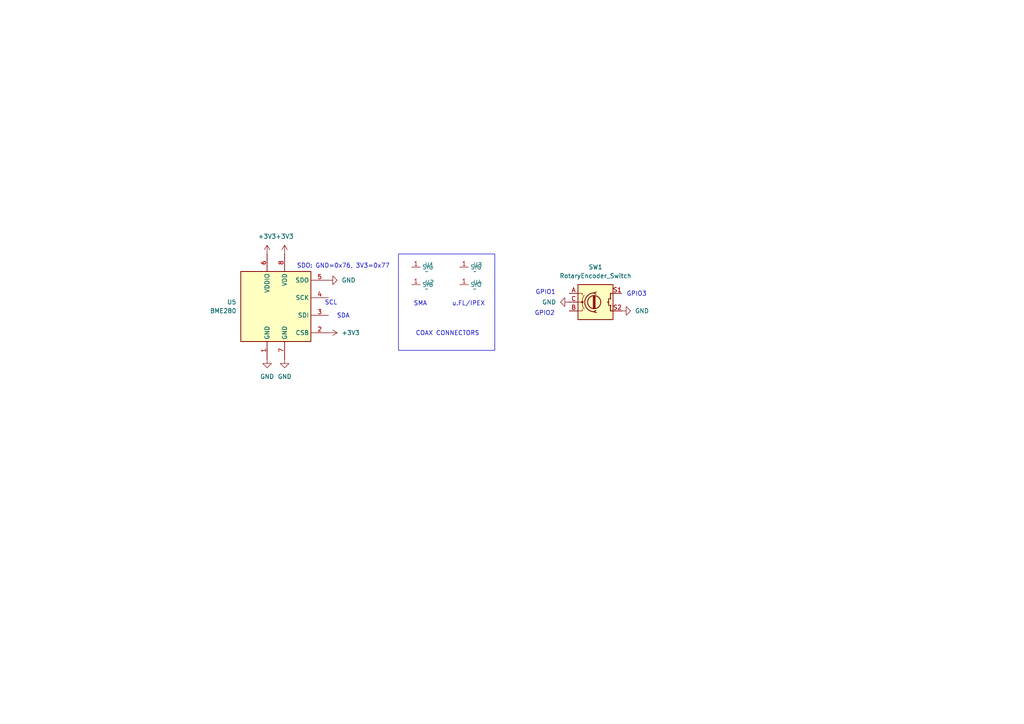
<source format=kicad_sch>
(kicad_sch
	(version 20250114)
	(generator "eeschema")
	(generator_version "9.0")
	(uuid "cdc16fa5-e24b-4b23-9fb1-a1222803f8ca")
	(paper "A4")
	(lib_symbols
		(symbol "Device:RotaryEncoder_Switch"
			(pin_names
				(offset 0.254)
				(hide yes)
			)
			(exclude_from_sim no)
			(in_bom yes)
			(on_board yes)
			(property "Reference" "SW"
				(at 0 6.604 0)
				(effects
					(font
						(size 1.27 1.27)
					)
				)
			)
			(property "Value" "RotaryEncoder_Switch"
				(at 0 -6.604 0)
				(effects
					(font
						(size 1.27 1.27)
					)
				)
			)
			(property "Footprint" ""
				(at -3.81 4.064 0)
				(effects
					(font
						(size 1.27 1.27)
					)
					(hide yes)
				)
			)
			(property "Datasheet" "~"
				(at 0 6.604 0)
				(effects
					(font
						(size 1.27 1.27)
					)
					(hide yes)
				)
			)
			(property "Description" "Rotary encoder, dual channel, incremental quadrate outputs, with switch"
				(at 0 0 0)
				(effects
					(font
						(size 1.27 1.27)
					)
					(hide yes)
				)
			)
			(property "ki_keywords" "rotary switch encoder switch push button"
				(at 0 0 0)
				(effects
					(font
						(size 1.27 1.27)
					)
					(hide yes)
				)
			)
			(property "ki_fp_filters" "RotaryEncoder*Switch*"
				(at 0 0 0)
				(effects
					(font
						(size 1.27 1.27)
					)
					(hide yes)
				)
			)
			(symbol "RotaryEncoder_Switch_0_1"
				(rectangle
					(start -5.08 5.08)
					(end 5.08 -5.08)
					(stroke
						(width 0.254)
						(type default)
					)
					(fill
						(type background)
					)
				)
				(polyline
					(pts
						(xy -5.08 2.54) (xy -3.81 2.54) (xy -3.81 2.032)
					)
					(stroke
						(width 0)
						(type default)
					)
					(fill
						(type none)
					)
				)
				(polyline
					(pts
						(xy -5.08 0) (xy -3.81 0) (xy -3.81 -1.016) (xy -3.302 -2.032)
					)
					(stroke
						(width 0)
						(type default)
					)
					(fill
						(type none)
					)
				)
				(polyline
					(pts
						(xy -5.08 -2.54) (xy -3.81 -2.54) (xy -3.81 -2.032)
					)
					(stroke
						(width 0)
						(type default)
					)
					(fill
						(type none)
					)
				)
				(polyline
					(pts
						(xy -4.318 0) (xy -3.81 0) (xy -3.81 1.016) (xy -3.302 2.032)
					)
					(stroke
						(width 0)
						(type default)
					)
					(fill
						(type none)
					)
				)
				(circle
					(center -3.81 0)
					(radius 0.254)
					(stroke
						(width 0)
						(type default)
					)
					(fill
						(type outline)
					)
				)
				(polyline
					(pts
						(xy -0.635 -1.778) (xy -0.635 1.778)
					)
					(stroke
						(width 0.254)
						(type default)
					)
					(fill
						(type none)
					)
				)
				(circle
					(center -0.381 0)
					(radius 1.905)
					(stroke
						(width 0.254)
						(type default)
					)
					(fill
						(type none)
					)
				)
				(polyline
					(pts
						(xy -0.381 -1.778) (xy -0.381 1.778)
					)
					(stroke
						(width 0.254)
						(type default)
					)
					(fill
						(type none)
					)
				)
				(arc
					(start -0.381 -2.794)
					(mid -3.0988 -0.0635)
					(end -0.381 2.667)
					(stroke
						(width 0.254)
						(type default)
					)
					(fill
						(type none)
					)
				)
				(polyline
					(pts
						(xy -0.127 1.778) (xy -0.127 -1.778)
					)
					(stroke
						(width 0.254)
						(type default)
					)
					(fill
						(type none)
					)
				)
				(polyline
					(pts
						(xy 0.254 2.921) (xy -0.508 2.667) (xy 0.127 2.286)
					)
					(stroke
						(width 0.254)
						(type default)
					)
					(fill
						(type none)
					)
				)
				(polyline
					(pts
						(xy 0.254 -3.048) (xy -0.508 -2.794) (xy 0.127 -2.413)
					)
					(stroke
						(width 0.254)
						(type default)
					)
					(fill
						(type none)
					)
				)
				(polyline
					(pts
						(xy 3.81 1.016) (xy 3.81 -1.016)
					)
					(stroke
						(width 0.254)
						(type default)
					)
					(fill
						(type none)
					)
				)
				(polyline
					(pts
						(xy 3.81 0) (xy 3.429 0)
					)
					(stroke
						(width 0.254)
						(type default)
					)
					(fill
						(type none)
					)
				)
				(circle
					(center 4.318 1.016)
					(radius 0.127)
					(stroke
						(width 0.254)
						(type default)
					)
					(fill
						(type none)
					)
				)
				(circle
					(center 4.318 -1.016)
					(radius 0.127)
					(stroke
						(width 0.254)
						(type default)
					)
					(fill
						(type none)
					)
				)
				(polyline
					(pts
						(xy 5.08 2.54) (xy 4.318 2.54) (xy 4.318 1.016)
					)
					(stroke
						(width 0.254)
						(type default)
					)
					(fill
						(type none)
					)
				)
				(polyline
					(pts
						(xy 5.08 -2.54) (xy 4.318 -2.54) (xy 4.318 -1.016)
					)
					(stroke
						(width 0.254)
						(type default)
					)
					(fill
						(type none)
					)
				)
			)
			(symbol "RotaryEncoder_Switch_1_1"
				(pin passive line
					(at -7.62 2.54 0)
					(length 2.54)
					(name "A"
						(effects
							(font
								(size 1.27 1.27)
							)
						)
					)
					(number "A"
						(effects
							(font
								(size 1.27 1.27)
							)
						)
					)
				)
				(pin passive line
					(at -7.62 0 0)
					(length 2.54)
					(name "C"
						(effects
							(font
								(size 1.27 1.27)
							)
						)
					)
					(number "C"
						(effects
							(font
								(size 1.27 1.27)
							)
						)
					)
				)
				(pin passive line
					(at -7.62 -2.54 0)
					(length 2.54)
					(name "B"
						(effects
							(font
								(size 1.27 1.27)
							)
						)
					)
					(number "B"
						(effects
							(font
								(size 1.27 1.27)
							)
						)
					)
				)
				(pin passive line
					(at 7.62 2.54 180)
					(length 2.54)
					(name "S1"
						(effects
							(font
								(size 1.27 1.27)
							)
						)
					)
					(number "S1"
						(effects
							(font
								(size 1.27 1.27)
							)
						)
					)
				)
				(pin passive line
					(at 7.62 -2.54 180)
					(length 2.54)
					(name "S2"
						(effects
							(font
								(size 1.27 1.27)
							)
						)
					)
					(number "S2"
						(effects
							(font
								(size 1.27 1.27)
							)
						)
					)
				)
			)
			(embedded_fonts no)
		)
		(symbol "Sensor:BME280"
			(exclude_from_sim no)
			(in_bom yes)
			(on_board yes)
			(property "Reference" "U"
				(at -8.89 11.43 0)
				(effects
					(font
						(size 1.27 1.27)
					)
				)
			)
			(property "Value" "BME280"
				(at 7.62 11.43 0)
				(effects
					(font
						(size 1.27 1.27)
					)
				)
			)
			(property "Footprint" "Package_LGA:Bosch_LGA-8_2.5x2.5mm_P0.65mm_ClockwisePinNumbering"
				(at 38.1 -11.43 0)
				(effects
					(font
						(size 1.27 1.27)
					)
					(hide yes)
				)
			)
			(property "Datasheet" "https://www.bosch-sensortec.com/media/boschsensortec/downloads/datasheets/bst-bme280-ds002.pdf"
				(at 0 -5.08 0)
				(effects
					(font
						(size 1.27 1.27)
					)
					(hide yes)
				)
			)
			(property "Description" "3-in-1 sensor, humidity, pressure, temperature, I2C and SPI interface, 1.71-3.6V, LGA-8"
				(at 0 0 0)
				(effects
					(font
						(size 1.27 1.27)
					)
					(hide yes)
				)
			)
			(property "ki_keywords" "Bosch pressure humidity temperature environment environmental measurement digital"
				(at 0 0 0)
				(effects
					(font
						(size 1.27 1.27)
					)
					(hide yes)
				)
			)
			(property "ki_fp_filters" "*LGA*2.5x2.5mm*P0.65mm*Clockwise*"
				(at 0 0 0)
				(effects
					(font
						(size 1.27 1.27)
					)
					(hide yes)
				)
			)
			(symbol "BME280_0_1"
				(rectangle
					(start -10.16 10.16)
					(end 10.16 -10.16)
					(stroke
						(width 0.254)
						(type default)
					)
					(fill
						(type background)
					)
				)
			)
			(symbol "BME280_1_1"
				(pin power_in line
					(at -2.54 15.24 270)
					(length 5.08)
					(name "VDDIO"
						(effects
							(font
								(size 1.27 1.27)
							)
						)
					)
					(number "6"
						(effects
							(font
								(size 1.27 1.27)
							)
						)
					)
				)
				(pin power_in line
					(at -2.54 -15.24 90)
					(length 5.08)
					(name "GND"
						(effects
							(font
								(size 1.27 1.27)
							)
						)
					)
					(number "1"
						(effects
							(font
								(size 1.27 1.27)
							)
						)
					)
				)
				(pin power_in line
					(at 2.54 15.24 270)
					(length 5.08)
					(name "VDD"
						(effects
							(font
								(size 1.27 1.27)
							)
						)
					)
					(number "8"
						(effects
							(font
								(size 1.27 1.27)
							)
						)
					)
				)
				(pin power_in line
					(at 2.54 -15.24 90)
					(length 5.08)
					(name "GND"
						(effects
							(font
								(size 1.27 1.27)
							)
						)
					)
					(number "7"
						(effects
							(font
								(size 1.27 1.27)
							)
						)
					)
				)
				(pin bidirectional line
					(at 15.24 7.62 180)
					(length 5.08)
					(name "SDO"
						(effects
							(font
								(size 1.27 1.27)
							)
						)
					)
					(number "5"
						(effects
							(font
								(size 1.27 1.27)
							)
						)
					)
				)
				(pin input line
					(at 15.24 2.54 180)
					(length 5.08)
					(name "SCK"
						(effects
							(font
								(size 1.27 1.27)
							)
						)
					)
					(number "4"
						(effects
							(font
								(size 1.27 1.27)
							)
						)
					)
				)
				(pin bidirectional line
					(at 15.24 -2.54 180)
					(length 5.08)
					(name "SDI"
						(effects
							(font
								(size 1.27 1.27)
							)
						)
					)
					(number "3"
						(effects
							(font
								(size 1.27 1.27)
							)
						)
					)
				)
				(pin input line
					(at 15.24 -7.62 180)
					(length 5.08)
					(name "CSB"
						(effects
							(font
								(size 1.27 1.27)
							)
						)
					)
					(number "2"
						(effects
							(font
								(size 1.27 1.27)
							)
						)
					)
				)
			)
			(embedded_fonts no)
		)
		(symbol "custom:SMA_Connector"
			(exclude_from_sim no)
			(in_bom yes)
			(on_board yes)
			(property "Reference" "U"
				(at 0 0 0)
				(effects
					(font
						(size 1.27 1.27)
					)
				)
			)
			(property "Value" ""
				(at 0 0 0)
				(effects
					(font
						(size 1.27 1.27)
					)
				)
			)
			(property "Footprint" ""
				(at 0 0 0)
				(effects
					(font
						(size 1.27 1.27)
					)
					(hide yes)
				)
			)
			(property "Datasheet" ""
				(at 0 0 0)
				(effects
					(font
						(size 1.27 1.27)
					)
					(hide yes)
				)
			)
			(property "Description" ""
				(at 0 0 0)
				(effects
					(font
						(size 1.27 1.27)
					)
					(hide yes)
				)
			)
			(symbol "SMA_Connector_1_1"
				(pin input line
					(at 0 0 0)
					(length 2.54)
					(name "SIG"
						(effects
							(font
								(size 1.27 1.27)
							)
						)
					)
					(number "1"
						(effects
							(font
								(size 1.27 1.27)
							)
						)
					)
				)
			)
			(embedded_fonts no)
		)
		(symbol "power:+3V3"
			(power)
			(pin_numbers
				(hide yes)
			)
			(pin_names
				(offset 0)
				(hide yes)
			)
			(exclude_from_sim no)
			(in_bom yes)
			(on_board yes)
			(property "Reference" "#PWR"
				(at 0 -3.81 0)
				(effects
					(font
						(size 1.27 1.27)
					)
					(hide yes)
				)
			)
			(property "Value" "+3V3"
				(at 0 3.556 0)
				(effects
					(font
						(size 1.27 1.27)
					)
				)
			)
			(property "Footprint" ""
				(at 0 0 0)
				(effects
					(font
						(size 1.27 1.27)
					)
					(hide yes)
				)
			)
			(property "Datasheet" ""
				(at 0 0 0)
				(effects
					(font
						(size 1.27 1.27)
					)
					(hide yes)
				)
			)
			(property "Description" "Power symbol creates a global label with name \"+3V3\""
				(at 0 0 0)
				(effects
					(font
						(size 1.27 1.27)
					)
					(hide yes)
				)
			)
			(property "ki_keywords" "global power"
				(at 0 0 0)
				(effects
					(font
						(size 1.27 1.27)
					)
					(hide yes)
				)
			)
			(symbol "+3V3_0_1"
				(polyline
					(pts
						(xy -0.762 1.27) (xy 0 2.54)
					)
					(stroke
						(width 0)
						(type default)
					)
					(fill
						(type none)
					)
				)
				(polyline
					(pts
						(xy 0 2.54) (xy 0.762 1.27)
					)
					(stroke
						(width 0)
						(type default)
					)
					(fill
						(type none)
					)
				)
				(polyline
					(pts
						(xy 0 0) (xy 0 2.54)
					)
					(stroke
						(width 0)
						(type default)
					)
					(fill
						(type none)
					)
				)
			)
			(symbol "+3V3_1_1"
				(pin power_in line
					(at 0 0 90)
					(length 0)
					(name "~"
						(effects
							(font
								(size 1.27 1.27)
							)
						)
					)
					(number "1"
						(effects
							(font
								(size 1.27 1.27)
							)
						)
					)
				)
			)
			(embedded_fonts no)
		)
		(symbol "power:GND"
			(power)
			(pin_numbers
				(hide yes)
			)
			(pin_names
				(offset 0)
				(hide yes)
			)
			(exclude_from_sim no)
			(in_bom yes)
			(on_board yes)
			(property "Reference" "#PWR"
				(at 0 -6.35 0)
				(effects
					(font
						(size 1.27 1.27)
					)
					(hide yes)
				)
			)
			(property "Value" "GND"
				(at 0 -3.81 0)
				(effects
					(font
						(size 1.27 1.27)
					)
				)
			)
			(property "Footprint" ""
				(at 0 0 0)
				(effects
					(font
						(size 1.27 1.27)
					)
					(hide yes)
				)
			)
			(property "Datasheet" ""
				(at 0 0 0)
				(effects
					(font
						(size 1.27 1.27)
					)
					(hide yes)
				)
			)
			(property "Description" "Power symbol creates a global label with name \"GND\" , ground"
				(at 0 0 0)
				(effects
					(font
						(size 1.27 1.27)
					)
					(hide yes)
				)
			)
			(property "ki_keywords" "global power"
				(at 0 0 0)
				(effects
					(font
						(size 1.27 1.27)
					)
					(hide yes)
				)
			)
			(symbol "GND_0_1"
				(polyline
					(pts
						(xy 0 0) (xy 0 -1.27) (xy 1.27 -1.27) (xy 0 -2.54) (xy -1.27 -1.27) (xy 0 -1.27)
					)
					(stroke
						(width 0)
						(type default)
					)
					(fill
						(type none)
					)
				)
			)
			(symbol "GND_1_1"
				(pin power_in line
					(at 0 0 270)
					(length 0)
					(name "~"
						(effects
							(font
								(size 1.27 1.27)
							)
						)
					)
					(number "1"
						(effects
							(font
								(size 1.27 1.27)
							)
						)
					)
				)
			)
			(embedded_fonts no)
		)
	)
	(rectangle
		(start 115.57 73.66)
		(end 143.51 101.6)
		(stroke
			(width 0)
			(type default)
		)
		(fill
			(type none)
		)
		(uuid f6ea1c0f-cfbb-4b9a-8ac7-d9ccf69e2a02)
	)
	(text "GPIO1"
		(exclude_from_sim no)
		(at 158.242 84.836 0)
		(effects
			(font
				(size 1.27 1.27)
			)
		)
		(uuid "08c245ac-e7b1-4f1a-bc75-cbd78a436c76")
	)
	(text "GPIO2"
		(exclude_from_sim no)
		(at 157.988 90.932 0)
		(effects
			(font
				(size 1.27 1.27)
			)
		)
		(uuid "209275b2-598b-4e0d-85ff-5373da5d2dca")
	)
	(text "SMA"
		(exclude_from_sim no)
		(at 121.92 88.138 0)
		(effects
			(font
				(size 1.27 1.27)
			)
		)
		(uuid "24bb1b99-72d5-40d1-92ea-d0abc9998fbc")
	)
	(text "SCL"
		(exclude_from_sim no)
		(at 96.012 87.884 0)
		(effects
			(font
				(size 1.27 1.27)
			)
		)
		(uuid "38f16a49-c263-49aa-babb-95a44a966de3")
	)
	(text "u.FL/IPEX"
		(exclude_from_sim no)
		(at 135.89 88.138 0)
		(effects
			(font
				(size 1.27 1.27)
			)
		)
		(uuid "42967573-d501-44d8-99f4-04f3da7f626c")
	)
	(text "SDA"
		(exclude_from_sim no)
		(at 99.568 91.694 0)
		(effects
			(font
				(size 1.27 1.27)
			)
		)
		(uuid "43015451-34f8-4deb-bbe1-9f4c36d2a01f")
	)
	(text "SDO: GND=0x76, 3V3=0x77"
		(exclude_from_sim no)
		(at 99.568 77.216 0)
		(effects
			(font
				(size 1.27 1.27)
			)
		)
		(uuid "8628923c-c25d-4721-8bdc-c3b2db681d2c")
	)
	(text "GPIO3"
		(exclude_from_sim no)
		(at 184.658 85.344 0)
		(effects
			(font
				(size 1.27 1.27)
			)
		)
		(uuid "880085ed-6333-43c4-88a9-60b9362000e7")
	)
	(text "COAX CONNECTORS"
		(exclude_from_sim no)
		(at 129.794 96.774 0)
		(effects
			(font
				(size 1.27 1.27)
			)
		)
		(uuid "c16e115b-fcd1-4d57-b2a7-adaad2e123ec")
	)
	(symbol
		(lib_id "custom:SMA_Connector")
		(at 133.35 82.55 0)
		(unit 1)
		(exclude_from_sim no)
		(in_bom yes)
		(on_board yes)
		(dnp no)
		(fields_autoplaced yes)
		(uuid "38d52189-3202-41a8-956c-9594a106f8a9")
		(property "Reference" "U4"
			(at 137.16 81.9149 0)
			(effects
				(font
					(size 1.27 1.27)
				)
				(justify left)
			)
		)
		(property "Value" "~"
			(at 137.16 83.82 0)
			(effects
				(font
					(size 1.27 1.27)
				)
				(justify left)
			)
		)
		(property "Footprint" "U.FL_Molex_MCRF_73412-0110_Vertical"
			(at 133.35 82.55 0)
			(effects
				(font
					(size 1.27 1.27)
				)
				(hide yes)
			)
		)
		(property "Datasheet" ""
			(at 133.35 82.55 0)
			(effects
				(font
					(size 1.27 1.27)
				)
				(hide yes)
			)
		)
		(property "Description" ""
			(at 133.35 82.55 0)
			(effects
				(font
					(size 1.27 1.27)
				)
				(hide yes)
			)
		)
		(property "LCSC Part #" "C434812"
			(at 133.35 82.55 0)
			(effects
				(font
					(size 1.27 1.27)
				)
				(hide yes)
			)
		)
		(pin "1"
			(uuid "b0254417-2205-42a3-9e5b-ee18ea4f3e64")
		)
		(instances
			(project "wio1262-carrier"
				(path "/cdc16fa5-e24b-4b23-9fb1-a1222803f8ca"
					(reference "U4")
					(unit 1)
				)
			)
		)
	)
	(symbol
		(lib_id "power:GND")
		(at 180.34 90.17 90)
		(unit 1)
		(exclude_from_sim no)
		(in_bom yes)
		(on_board yes)
		(dnp no)
		(fields_autoplaced yes)
		(uuid "39838788-a891-42d9-806f-1df6a1a62510")
		(property "Reference" "#PWR04"
			(at 186.69 90.17 0)
			(effects
				(font
					(size 1.27 1.27)
				)
				(hide yes)
			)
		)
		(property "Value" "GND"
			(at 184.15 90.1699 90)
			(effects
				(font
					(size 1.27 1.27)
				)
				(justify right)
			)
		)
		(property "Footprint" ""
			(at 180.34 90.17 0)
			(effects
				(font
					(size 1.27 1.27)
				)
				(hide yes)
			)
		)
		(property "Datasheet" ""
			(at 180.34 90.17 0)
			(effects
				(font
					(size 1.27 1.27)
				)
				(hide yes)
			)
		)
		(property "Description" "Power symbol creates a global label with name \"GND\" , ground"
			(at 180.34 90.17 0)
			(effects
				(font
					(size 1.27 1.27)
				)
				(hide yes)
			)
		)
		(pin "1"
			(uuid "df1f2fd2-1a74-4052-bf83-a7dde098f4ca")
		)
		(instances
			(project ""
				(path "/cdc16fa5-e24b-4b23-9fb1-a1222803f8ca"
					(reference "#PWR04")
					(unit 1)
				)
			)
		)
	)
	(symbol
		(lib_id "power:+3V3")
		(at 82.55 73.66 0)
		(unit 1)
		(exclude_from_sim no)
		(in_bom yes)
		(on_board yes)
		(dnp no)
		(fields_autoplaced yes)
		(uuid "49721282-b6d7-4bef-bfa9-aef79157cf24")
		(property "Reference" "#PWR08"
			(at 82.55 77.47 0)
			(effects
				(font
					(size 1.27 1.27)
				)
				(hide yes)
			)
		)
		(property "Value" "+3V3"
			(at 82.55 68.58 0)
			(effects
				(font
					(size 1.27 1.27)
				)
			)
		)
		(property "Footprint" ""
			(at 82.55 73.66 0)
			(effects
				(font
					(size 1.27 1.27)
				)
				(hide yes)
			)
		)
		(property "Datasheet" ""
			(at 82.55 73.66 0)
			(effects
				(font
					(size 1.27 1.27)
				)
				(hide yes)
			)
		)
		(property "Description" "Power symbol creates a global label with name \"+3V3\""
			(at 82.55 73.66 0)
			(effects
				(font
					(size 1.27 1.27)
				)
				(hide yes)
			)
		)
		(pin "1"
			(uuid "24d37b03-08f5-4e17-b882-ce98c3274966")
		)
		(instances
			(project ""
				(path "/cdc16fa5-e24b-4b23-9fb1-a1222803f8ca"
					(reference "#PWR08")
					(unit 1)
				)
			)
		)
	)
	(symbol
		(lib_id "power:GND")
		(at 77.47 104.14 0)
		(unit 1)
		(exclude_from_sim no)
		(in_bom yes)
		(on_board yes)
		(dnp no)
		(fields_autoplaced yes)
		(uuid "50da6cd8-b927-4e8a-b09a-b0fcaaecc3da")
		(property "Reference" "#PWR0116"
			(at 77.47 110.49 0)
			(effects
				(font
					(size 1.27 1.27)
				)
				(hide yes)
			)
		)
		(property "Value" "GND"
			(at 77.47 109.22 0)
			(effects
				(font
					(size 1.27 1.27)
				)
			)
		)
		(property "Footprint" ""
			(at 77.47 104.14 0)
			(effects
				(font
					(size 1.27 1.27)
				)
				(hide yes)
			)
		)
		(property "Datasheet" ""
			(at 77.47 104.14 0)
			(effects
				(font
					(size 1.27 1.27)
				)
				(hide yes)
			)
		)
		(property "Description" "Power symbol creates a global label with name \"GND\" , ground"
			(at 77.47 104.14 0)
			(effects
				(font
					(size 1.27 1.27)
				)
				(hide yes)
			)
		)
		(pin "1"
			(uuid "58baabcf-2461-47d5-abdb-6a912cf67e7f")
		)
		(instances
			(project ""
				(path "/cdc16fa5-e24b-4b23-9fb1-a1222803f8ca"
					(reference "#PWR0116")
					(unit 1)
				)
			)
		)
	)
	(symbol
		(lib_id "power:+3V3")
		(at 95.25 96.52 270)
		(unit 1)
		(exclude_from_sim no)
		(in_bom yes)
		(on_board yes)
		(dnp no)
		(fields_autoplaced yes)
		(uuid "62a2d36f-df08-4094-80d4-3ab152070f45")
		(property "Reference" "#PWR0119"
			(at 91.44 96.52 0)
			(effects
				(font
					(size 1.27 1.27)
				)
				(hide yes)
			)
		)
		(property "Value" "+3V3"
			(at 99.06 96.5199 90)
			(effects
				(font
					(size 1.27 1.27)
				)
				(justify left)
			)
		)
		(property "Footprint" ""
			(at 95.25 96.52 0)
			(effects
				(font
					(size 1.27 1.27)
				)
				(hide yes)
			)
		)
		(property "Datasheet" ""
			(at 95.25 96.52 0)
			(effects
				(font
					(size 1.27 1.27)
				)
				(hide yes)
			)
		)
		(property "Description" "Power symbol creates a global label with name \"+3V3\""
			(at 95.25 96.52 0)
			(effects
				(font
					(size 1.27 1.27)
				)
				(hide yes)
			)
		)
		(pin "1"
			(uuid "b8091905-1893-413d-aec6-b75ee7b2ad5f")
		)
		(instances
			(project ""
				(path "/cdc16fa5-e24b-4b23-9fb1-a1222803f8ca"
					(reference "#PWR0119")
					(unit 1)
				)
			)
		)
	)
	(symbol
		(lib_id "custom:SMA_Connector")
		(at 119.38 82.55 0)
		(unit 1)
		(exclude_from_sim no)
		(in_bom yes)
		(on_board yes)
		(dnp no)
		(fields_autoplaced yes)
		(uuid "67d1003a-8f6a-45e2-b992-cd918248ed27")
		(property "Reference" "U2"
			(at 123.19 81.9149 0)
			(effects
				(font
					(size 1.27 1.27)
				)
				(justify left)
			)
		)
		(property "Value" "~"
			(at 123.19 83.82 0)
			(effects
				(font
					(size 1.27 1.27)
				)
				(justify left)
			)
		)
		(property "Footprint" "SMA_BAT_Wireless_BWSMA-KWE-Z001"
			(at 119.38 82.55 0)
			(effects
				(font
					(size 1.27 1.27)
				)
				(hide yes)
			)
		)
		(property "Datasheet" ""
			(at 119.38 82.55 0)
			(effects
				(font
					(size 1.27 1.27)
				)
				(hide yes)
			)
		)
		(property "Description" ""
			(at 119.38 82.55 0)
			(effects
				(font
					(size 1.27 1.27)
				)
				(hide yes)
			)
		)
		(property "LCSC Part #" "C20617216"
			(at 119.38 82.55 0)
			(effects
				(font
					(size 1.27 1.27)
				)
				(hide yes)
			)
		)
		(pin "1"
			(uuid "21b35128-238d-4e53-9579-6bcd8d7bcd12")
		)
		(instances
			(project "wio1262-carrier"
				(path "/cdc16fa5-e24b-4b23-9fb1-a1222803f8ca"
					(reference "U2")
					(unit 1)
				)
			)
		)
	)
	(symbol
		(lib_id "Device:RotaryEncoder_Switch")
		(at 172.72 87.63 0)
		(unit 1)
		(exclude_from_sim no)
		(in_bom yes)
		(on_board yes)
		(dnp no)
		(fields_autoplaced yes)
		(uuid "81d4294e-76a0-41ab-9de7-40fdb7ebebb8")
		(property "Reference" "SW1"
			(at 172.72 77.47 0)
			(effects
				(font
					(size 1.27 1.27)
				)
			)
		)
		(property "Value" "RotaryEncoder_Switch"
			(at 172.72 80.01 0)
			(effects
				(font
					(size 1.27 1.27)
				)
			)
		)
		(property "Footprint" "RotaryEncoder_Alps_EC11E-Switch_Vertical_H20mm"
			(at 168.91 83.566 0)
			(effects
				(font
					(size 1.27 1.27)
				)
				(hide yes)
			)
		)
		(property "Datasheet" "~"
			(at 172.72 81.026 0)
			(effects
				(font
					(size 1.27 1.27)
				)
				(hide yes)
			)
		)
		(property "Description" "Rotary encoder, dual channel, incremental quadrate outputs, with switch"
			(at 172.72 87.63 0)
			(effects
				(font
					(size 1.27 1.27)
				)
				(hide yes)
			)
		)
		(pin "S2"
			(uuid "a8a10bb1-8f76-4362-aca2-34a47b1fbbcd")
		)
		(pin "B"
			(uuid "8710640d-e482-4c97-8144-6faba8730e0e")
		)
		(pin "C"
			(uuid "ce3b283b-4e2e-4fca-b311-4908a837deb2")
		)
		(pin "A"
			(uuid "84dd51f2-968d-4442-8843-46401b7c8e01")
		)
		(pin "S1"
			(uuid "fedf0104-7a02-4e97-962d-433535d08fb8")
		)
		(instances
			(project ""
				(path "/cdc16fa5-e24b-4b23-9fb1-a1222803f8ca"
					(reference "SW1")
					(unit 1)
				)
			)
		)
	)
	(symbol
		(lib_id "Sensor:BME280")
		(at 80.01 88.9 0)
		(unit 1)
		(exclude_from_sim no)
		(in_bom yes)
		(on_board yes)
		(dnp no)
		(fields_autoplaced yes)
		(uuid "872bbff4-86fc-47e9-8271-755275bb9828")
		(property "Reference" "U5"
			(at 68.58 87.6299 0)
			(effects
				(font
					(size 1.27 1.27)
				)
				(justify right)
			)
		)
		(property "Value" "BME280"
			(at 68.58 90.1699 0)
			(effects
				(font
					(size 1.27 1.27)
				)
				(justify right)
			)
		)
		(property "Footprint" "Package_LGA:Bosch_LGA-8_2.5x2.5mm_P0.65mm_ClockwisePinNumbering"
			(at 118.11 100.33 0)
			(effects
				(font
					(size 1.27 1.27)
				)
				(hide yes)
			)
		)
		(property "Datasheet" "https://www.bosch-sensortec.com/media/boschsensortec/downloads/datasheets/bst-bme280-ds002.pdf"
			(at 80.01 93.98 0)
			(effects
				(font
					(size 1.27 1.27)
				)
				(hide yes)
			)
		)
		(property "Description" "3-in-1 sensor, humidity, pressure, temperature, I2C and SPI interface, 1.71-3.6V, LGA-8"
			(at 80.01 88.9 0)
			(effects
				(font
					(size 1.27 1.27)
				)
				(hide yes)
			)
		)
		(pin "4"
			(uuid "c3517ed1-2edc-4e94-853c-30c22b456479")
		)
		(pin "3"
			(uuid "86576b9d-47bb-4c71-bd5d-355487fecb81")
		)
		(pin "1"
			(uuid "5d15e8ea-00ea-4a1b-b89d-bfa126a87d12")
		)
		(pin "2"
			(uuid "9d55b381-d72c-48be-b4d2-c12a0276b901")
		)
		(pin "8"
			(uuid "9ff9e7c0-8cda-4b88-9134-2e53d759b921")
		)
		(pin "6"
			(uuid "29a26b6b-a287-4c88-b611-4819f6d7f7a9")
		)
		(pin "7"
			(uuid "d690dbe5-169a-4e22-b39d-f6d790f89777")
		)
		(pin "5"
			(uuid "490b74a7-37d6-4930-a73a-298e27c77789")
		)
		(instances
			(project ""
				(path "/cdc16fa5-e24b-4b23-9fb1-a1222803f8ca"
					(reference "U5")
					(unit 1)
				)
			)
		)
	)
	(symbol
		(lib_id "power:GND")
		(at 82.55 104.14 0)
		(unit 1)
		(exclude_from_sim no)
		(in_bom yes)
		(on_board yes)
		(dnp no)
		(fields_autoplaced yes)
		(uuid "ddb058c8-a7a8-4a6f-a7dd-37d707500ad5")
		(property "Reference" "#PWR0117"
			(at 82.55 110.49 0)
			(effects
				(font
					(size 1.27 1.27)
				)
				(hide yes)
			)
		)
		(property "Value" "GND"
			(at 82.55 109.22 0)
			(effects
				(font
					(size 1.27 1.27)
				)
			)
		)
		(property "Footprint" ""
			(at 82.55 104.14 0)
			(effects
				(font
					(size 1.27 1.27)
				)
				(hide yes)
			)
		)
		(property "Datasheet" ""
			(at 82.55 104.14 0)
			(effects
				(font
					(size 1.27 1.27)
				)
				(hide yes)
			)
		)
		(property "Description" "Power symbol creates a global label with name \"GND\" , ground"
			(at 82.55 104.14 0)
			(effects
				(font
					(size 1.27 1.27)
				)
				(hide yes)
			)
		)
		(pin "1"
			(uuid "53438b47-6773-44a8-96c8-0c7eb56e0bf9")
		)
		(instances
			(project ""
				(path "/cdc16fa5-e24b-4b23-9fb1-a1222803f8ca"
					(reference "#PWR0117")
					(unit 1)
				)
			)
		)
	)
	(symbol
		(lib_id "custom:SMA_Connector")
		(at 119.38 77.47 0)
		(unit 1)
		(exclude_from_sim no)
		(in_bom yes)
		(on_board yes)
		(dnp no)
		(fields_autoplaced yes)
		(uuid "eadae422-5a57-46e5-92b9-53a2c2f191ec")
		(property "Reference" "U1"
			(at 123.19 76.8349 0)
			(effects
				(font
					(size 1.27 1.27)
				)
				(justify left)
			)
		)
		(property "Value" "~"
			(at 123.19 78.74 0)
			(effects
				(font
					(size 1.27 1.27)
				)
				(justify left)
			)
		)
		(property "Footprint" "SMA_BAT_Wireless_BWSMA-KWE-Z001"
			(at 119.38 77.47 0)
			(effects
				(font
					(size 1.27 1.27)
				)
				(hide yes)
			)
		)
		(property "Datasheet" ""
			(at 119.38 77.47 0)
			(effects
				(font
					(size 1.27 1.27)
				)
				(hide yes)
			)
		)
		(property "Description" ""
			(at 119.38 77.47 0)
			(effects
				(font
					(size 1.27 1.27)
				)
				(hide yes)
			)
		)
		(property "LCSC Part #" "C20617216"
			(at 119.38 77.47 0)
			(effects
				(font
					(size 1.27 1.27)
				)
				(hide yes)
			)
		)
		(pin "1"
			(uuid "24c8f514-2a3d-43eb-ae7a-8d9f6b4eb945")
		)
		(instances
			(project ""
				(path "/cdc16fa5-e24b-4b23-9fb1-a1222803f8ca"
					(reference "U1")
					(unit 1)
				)
			)
		)
	)
	(symbol
		(lib_id "power:GND")
		(at 165.1 87.63 270)
		(unit 1)
		(exclude_from_sim no)
		(in_bom yes)
		(on_board yes)
		(dnp no)
		(fields_autoplaced yes)
		(uuid "ef48c85e-dcfb-484a-be09-9ed7118d5e3a")
		(property "Reference" "#PWR06"
			(at 158.75 87.63 0)
			(effects
				(font
					(size 1.27 1.27)
				)
				(hide yes)
			)
		)
		(property "Value" "GND"
			(at 161.29 87.6299 90)
			(effects
				(font
					(size 1.27 1.27)
				)
				(justify right)
			)
		)
		(property "Footprint" ""
			(at 165.1 87.63 0)
			(effects
				(font
					(size 1.27 1.27)
				)
				(hide yes)
			)
		)
		(property "Datasheet" ""
			(at 165.1 87.63 0)
			(effects
				(font
					(size 1.27 1.27)
				)
				(hide yes)
			)
		)
		(property "Description" "Power symbol creates a global label with name \"GND\" , ground"
			(at 165.1 87.63 0)
			(effects
				(font
					(size 1.27 1.27)
				)
				(hide yes)
			)
		)
		(pin "1"
			(uuid "ba47914f-5a02-477f-b4ea-abccf3fc182d")
		)
		(instances
			(project ""
				(path "/cdc16fa5-e24b-4b23-9fb1-a1222803f8ca"
					(reference "#PWR06")
					(unit 1)
				)
			)
		)
	)
	(symbol
		(lib_id "power:GND")
		(at 95.25 81.28 90)
		(unit 1)
		(exclude_from_sim no)
		(in_bom yes)
		(on_board yes)
		(dnp no)
		(fields_autoplaced yes)
		(uuid "f3dcdfdf-0a16-46c1-a80e-d256fda07306")
		(property "Reference" "#PWR0118"
			(at 101.6 81.28 0)
			(effects
				(font
					(size 1.27 1.27)
				)
				(hide yes)
			)
		)
		(property "Value" "GND"
			(at 99.06 81.2799 90)
			(effects
				(font
					(size 1.27 1.27)
				)
				(justify right)
			)
		)
		(property "Footprint" ""
			(at 95.25 81.28 0)
			(effects
				(font
					(size 1.27 1.27)
				)
				(hide yes)
			)
		)
		(property "Datasheet" ""
			(at 95.25 81.28 0)
			(effects
				(font
					(size 1.27 1.27)
				)
				(hide yes)
			)
		)
		(property "Description" "Power symbol creates a global label with name \"GND\" , ground"
			(at 95.25 81.28 0)
			(effects
				(font
					(size 1.27 1.27)
				)
				(hide yes)
			)
		)
		(pin "1"
			(uuid "feb7b9a1-3a39-490d-a459-07d32a28631c")
		)
		(instances
			(project ""
				(path "/cdc16fa5-e24b-4b23-9fb1-a1222803f8ca"
					(reference "#PWR0118")
					(unit 1)
				)
			)
		)
	)
	(symbol
		(lib_id "power:+3V3")
		(at 77.47 73.66 0)
		(unit 1)
		(exclude_from_sim no)
		(in_bom yes)
		(on_board yes)
		(dnp no)
		(fields_autoplaced yes)
		(uuid "f556f550-799b-48aa-8aca-77c16384443d")
		(property "Reference" "#PWR07"
			(at 77.47 77.47 0)
			(effects
				(font
					(size 1.27 1.27)
				)
				(hide yes)
			)
		)
		(property "Value" "+3V3"
			(at 77.47 68.58 0)
			(effects
				(font
					(size 1.27 1.27)
				)
			)
		)
		(property "Footprint" ""
			(at 77.47 73.66 0)
			(effects
				(font
					(size 1.27 1.27)
				)
				(hide yes)
			)
		)
		(property "Datasheet" ""
			(at 77.47 73.66 0)
			(effects
				(font
					(size 1.27 1.27)
				)
				(hide yes)
			)
		)
		(property "Description" "Power symbol creates a global label with name \"+3V3\""
			(at 77.47 73.66 0)
			(effects
				(font
					(size 1.27 1.27)
				)
				(hide yes)
			)
		)
		(pin "1"
			(uuid "18457677-fc45-4499-8d8d-729d95a91f08")
		)
		(instances
			(project ""
				(path "/cdc16fa5-e24b-4b23-9fb1-a1222803f8ca"
					(reference "#PWR07")
					(unit 1)
				)
			)
		)
	)
	(symbol
		(lib_id "custom:SMA_Connector")
		(at 133.35 77.47 0)
		(unit 1)
		(exclude_from_sim no)
		(in_bom yes)
		(on_board yes)
		(dnp no)
		(fields_autoplaced yes)
		(uuid "f73c0103-9369-4370-9512-1a1a41405f02")
		(property "Reference" "U3"
			(at 137.16 76.8349 0)
			(effects
				(font
					(size 1.27 1.27)
				)
				(justify left)
			)
		)
		(property "Value" "~"
			(at 137.16 78.74 0)
			(effects
				(font
					(size 1.27 1.27)
				)
				(justify left)
			)
		)
		(property "Footprint" "U.FL_Molex_MCRF_73412-0110_Vertical"
			(at 133.35 77.47 0)
			(effects
				(font
					(size 1.27 1.27)
				)
				(hide yes)
			)
		)
		(property "Datasheet" ""
			(at 133.35 77.47 0)
			(effects
				(font
					(size 1.27 1.27)
				)
				(hide yes)
			)
		)
		(property "Description" ""
			(at 133.35 77.47 0)
			(effects
				(font
					(size 1.27 1.27)
				)
				(hide yes)
			)
		)
		(property "LCSC Part #" "C434812"
			(at 133.35 77.47 0)
			(effects
				(font
					(size 1.27 1.27)
				)
				(hide yes)
			)
		)
		(pin "1"
			(uuid "380626ab-f52c-4ebc-ac07-2a29a5417e92")
		)
		(instances
			(project "wio1262-carrier"
				(path "/cdc16fa5-e24b-4b23-9fb1-a1222803f8ca"
					(reference "U3")
					(unit 1)
				)
			)
		)
	)
	(sheet_instances
		(path "/"
			(page "1")
		)
	)
	(embedded_fonts no)
)

</source>
